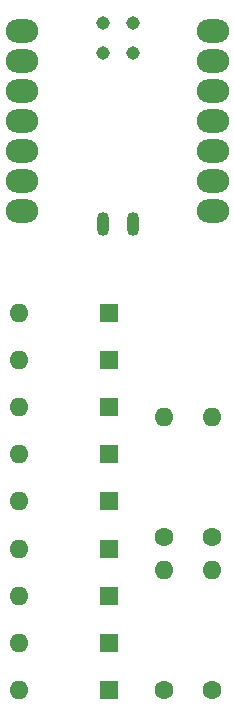
<source format=gts>
%TF.GenerationSoftware,KiCad,Pcbnew,7.0.7*%
%TF.CreationDate,2024-02-05T11:19:36-08:00*%
%TF.ProjectId,Macro Pad 2 PCB,4d616372-6f20-4506-9164-203220504342,rev?*%
%TF.SameCoordinates,Original*%
%TF.FileFunction,Soldermask,Top*%
%TF.FilePolarity,Negative*%
%FSLAX46Y46*%
G04 Gerber Fmt 4.6, Leading zero omitted, Abs format (unit mm)*
G04 Created by KiCad (PCBNEW 7.0.7) date 2024-02-05 11:19:36*
%MOMM*%
%LPD*%
G01*
G04 APERTURE LIST*
%ADD10R,1.600000X1.600000*%
%ADD11O,1.600000X1.600000*%
%ADD12C,1.600000*%
%ADD13O,2.748280X1.998980*%
%ADD14O,1.016000X2.032000*%
%ADD15C,1.143000*%
G04 APERTURE END LIST*
D10*
%TO.C,D7*%
X146280000Y-102000000D03*
D11*
X138660000Y-102000000D03*
%TD*%
D10*
%TO.C,D8*%
X146280000Y-90000000D03*
D11*
X138660000Y-90000000D03*
%TD*%
D10*
%TO.C,D9*%
X146280000Y-78000000D03*
D11*
X138660000Y-78000000D03*
%TD*%
D12*
%TO.C,R2*%
X151000000Y-97000000D03*
D11*
X151000000Y-86840000D03*
%TD*%
D13*
%TO.C,U1*%
X138920000Y-54190000D03*
X138920000Y-56730000D03*
X138920000Y-59270000D03*
X138920000Y-61810000D03*
X138920000Y-64350000D03*
X138920000Y-66890000D03*
X138920000Y-69430000D03*
X155084560Y-69430000D03*
X155084560Y-66890000D03*
X155084560Y-64350000D03*
X155084560Y-61810000D03*
X155084560Y-59270000D03*
X155084560Y-56730000D03*
X155084560Y-54190000D03*
D14*
X145786880Y-70507820D03*
X148336880Y-70507820D03*
D15*
X145785683Y-53503633D03*
X148325683Y-53503633D03*
X145785683Y-56043633D03*
X148325683Y-56043633D03*
%TD*%
D10*
%TO.C,D2*%
X146280000Y-98000000D03*
D11*
X138660000Y-98000000D03*
%TD*%
D10*
%TO.C,D1*%
X146280000Y-110000000D03*
D11*
X138660000Y-110000000D03*
%TD*%
D10*
%TO.C,D6*%
X146280000Y-82000000D03*
D11*
X138660000Y-82000000D03*
%TD*%
D10*
%TO.C,D3*%
X146280000Y-86000000D03*
D11*
X138660000Y-86000000D03*
%TD*%
D10*
%TO.C,D4*%
X146280000Y-106000000D03*
D11*
X138660000Y-106000000D03*
%TD*%
D12*
%TO.C,R1*%
X155000000Y-97000000D03*
D11*
X155000000Y-86840000D03*
%TD*%
D12*
%TO.C,R3*%
X151000000Y-110000000D03*
D11*
X151000000Y-99840000D03*
%TD*%
D12*
%TO.C,R5*%
X155000000Y-110000000D03*
D11*
X155000000Y-99840000D03*
%TD*%
D10*
%TO.C,D5*%
X146280000Y-94000000D03*
D11*
X138660000Y-94000000D03*
%TD*%
M02*

</source>
